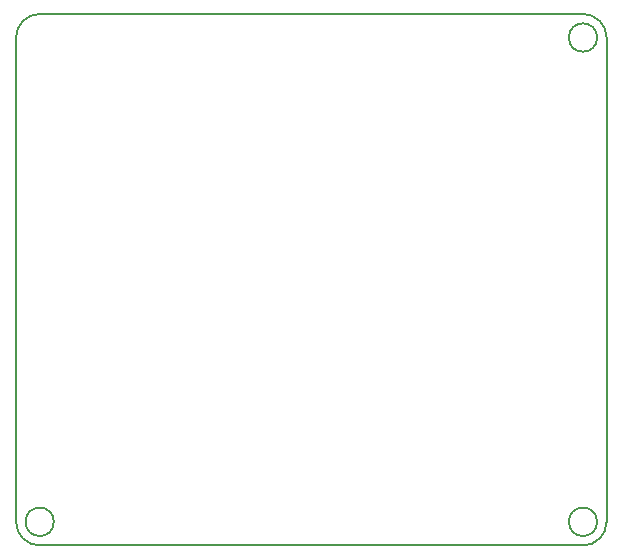
<source format=gko>
%FSLAX25Y25*%
%MOIN*%
G70*
G01*
G75*
G04 Layer_Color=16711935*
%ADD10R,0.02000X0.02500*%
%ADD11R,0.02500X0.02000*%
%ADD12R,0.02200X0.03300*%
%ADD13R,0.03500X0.03000*%
%ADD14R,0.03000X0.03500*%
%ADD15R,0.02362X0.02756*%
%ADD16R,0.01575X0.03937*%
%ADD17R,0.07874X0.03937*%
%ADD18R,0.11811X0.04213*%
%ADD19R,0.08661X0.04134*%
%ADD20R,0.04331X0.03937*%
%ADD21R,0.03937X0.04331*%
%ADD22R,0.04134X0.08661*%
%ADD23R,0.37008X0.27559*%
%ADD24O,0.02362X0.07087*%
%ADD25O,0.07087X0.02362*%
%ADD26R,0.01969X0.02362*%
%ADD27C,0.01200*%
%ADD28C,0.01000*%
%ADD29C,0.02000*%
%ADD30C,0.00600*%
%ADD31C,0.01500*%
%ADD32C,0.01300*%
%ADD33C,0.04000*%
%ADD34C,0.06000*%
%ADD35R,0.06000X0.06000*%
%ADD36R,0.06000X0.06000*%
%ADD37C,0.02500*%
%ADD38C,0.03000*%
%ADD39O,0.07600X0.02400*%
%ADD40R,0.07600X0.02400*%
%ADD41R,0.04724X0.01181*%
%ADD42R,0.01181X0.04724*%
%ADD43R,0.03937X0.02362*%
%ADD44R,0.03937X0.03937*%
%ADD45R,0.09449X0.10236*%
%ADD46R,0.07087X0.12992*%
%ADD47R,0.03937X0.03937*%
%ADD48R,0.03937X0.03937*%
%ADD49R,0.04921X0.07874*%
%ADD50R,0.09449X0.07087*%
%ADD51R,0.09843X0.04724*%
%ADD52R,0.04724X0.09843*%
%ADD53R,0.07087X0.05512*%
%ADD54R,0.02362X0.01969*%
%ADD55R,0.03300X0.02200*%
%ADD56R,0.05118X0.03150*%
%ADD57R,0.06693X0.05906*%
%ADD58C,0.01100*%
%ADD59C,0.07000*%
%ADD60C,0.00787*%
%ADD61C,0.01600*%
%ADD62C,0.00500*%
%ADD63C,0.00800*%
%ADD64R,0.00700X0.02537*%
%ADD65C,0.00400*%
%ADD66C,0.02756*%
%ADD67C,0.00700*%
%ADD68R,0.01870X0.17323*%
%ADD69R,0.01181X0.08412*%
%ADD70R,0.11811X0.01300*%
%ADD71R,0.13988X0.01000*%
%ADD72R,0.01300X0.11811*%
%ADD73R,0.02800X0.03300*%
%ADD74R,0.03300X0.02800*%
%ADD75R,0.03000X0.04100*%
%ADD76R,0.04300X0.03800*%
%ADD77R,0.03800X0.04300*%
%ADD78R,0.03162X0.03556*%
%ADD79R,0.02375X0.04737*%
%ADD80R,0.08674X0.04737*%
%ADD81R,0.12611X0.05013*%
%ADD82R,0.09461X0.04934*%
%ADD83R,0.05131X0.04737*%
%ADD84R,0.04737X0.05131*%
%ADD85R,0.04934X0.09461*%
%ADD86R,0.37808X0.28359*%
%ADD87O,0.03162X0.07887*%
%ADD88O,0.07887X0.03162*%
%ADD89R,0.02769X0.03162*%
%ADD90C,0.06800*%
%ADD91R,0.06800X0.06800*%
%ADD92R,0.06800X0.06800*%
%ADD93O,0.08400X0.03200*%
%ADD94R,0.08400X0.03200*%
%ADD95R,0.05524X0.01981*%
%ADD96R,0.01981X0.05524*%
%ADD97R,0.04737X0.03162*%
%ADD98R,0.04737X0.04737*%
%ADD99R,0.10249X0.11036*%
%ADD100R,0.07887X0.13792*%
%ADD101R,0.04737X0.04737*%
%ADD102R,0.04737X0.04737*%
%ADD103R,0.05721X0.08674*%
%ADD104R,0.10249X0.07887*%
%ADD105R,0.10642X0.05524*%
%ADD106R,0.05524X0.10642*%
%ADD107R,0.07887X0.06312*%
%ADD108R,0.03162X0.02769*%
%ADD109R,0.04100X0.03000*%
%ADD110R,0.05918X0.03950*%
%ADD111R,0.07493X0.06706*%
D30*
X193701Y7874D02*
G03*
X193701Y7874I-4724J0D01*
G01*
Y169291D02*
G03*
X193701Y169291I-4724J0D01*
G01*
X12598Y7874D02*
G03*
X12598Y7874I-4724J0D01*
G01*
D63*
X0Y7874D02*
G03*
X7874Y0I7874J0D01*
G01*
X188976D02*
G03*
X196850Y7874I0J7874D01*
G01*
Y169291D02*
G03*
X188976Y177165I-7874J0D01*
G01*
X7874Y177165D02*
G03*
X0Y169291I0J-7874D01*
G01*
X196850Y7874D02*
Y169291D01*
X7874Y177165D02*
X188976Y177165D01*
X7874Y0D02*
X188976D01*
X0Y7874D02*
Y169291D01*
M02*

</source>
